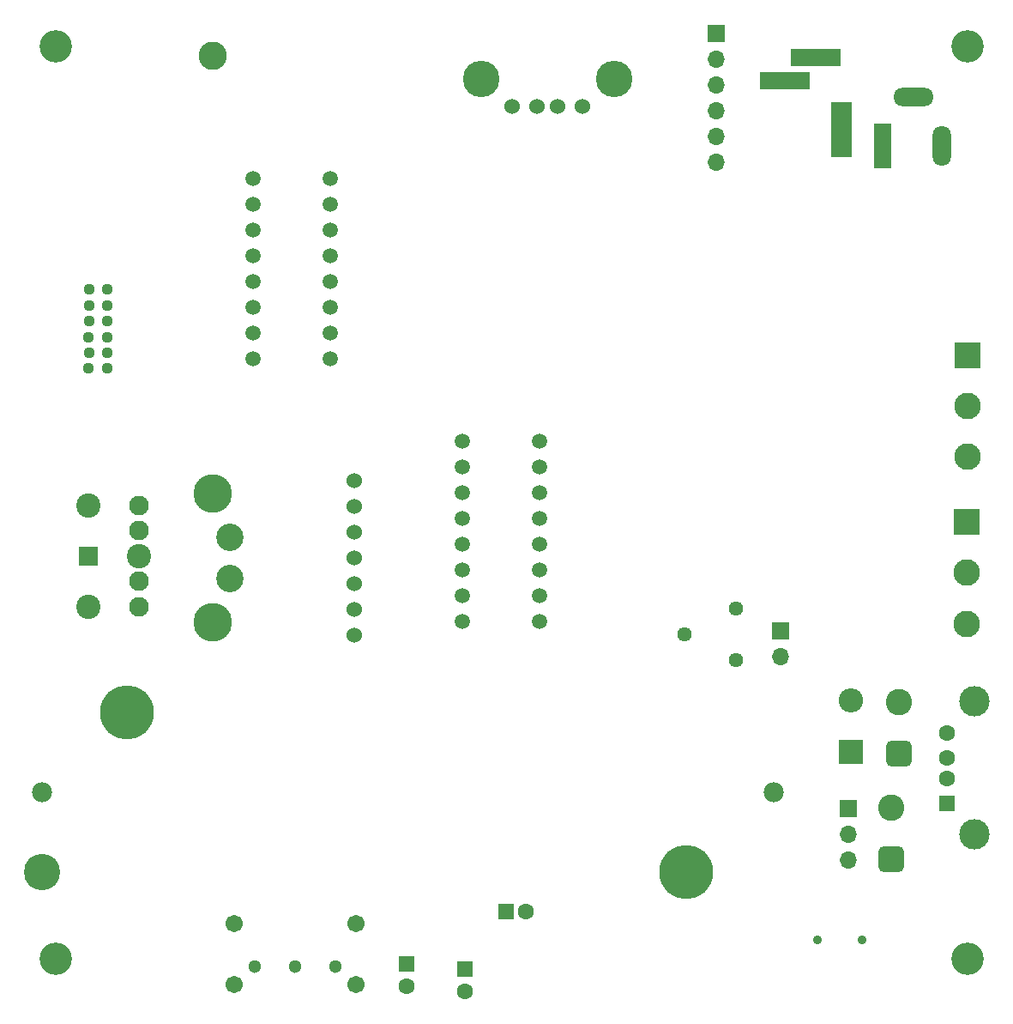
<source format=gbr>
%TF.GenerationSoftware,KiCad,Pcbnew,(6.0.4)*%
%TF.CreationDate,2022-06-30T01:03:11+03:00*%
%TF.ProjectId,test_project_01,74657374-5f70-4726-9f6a-6563745f3031,rev?*%
%TF.SameCoordinates,Original*%
%TF.FileFunction,Soldermask,Bot*%
%TF.FilePolarity,Negative*%
%FSLAX46Y46*%
G04 Gerber Fmt 4.6, Leading zero omitted, Abs format (unit mm)*
G04 Created by KiCad (PCBNEW (6.0.4)) date 2022-06-30 01:03:11*
%MOMM*%
%LPD*%
G01*
G04 APERTURE LIST*
G04 Aperture macros list*
%AMRoundRect*
0 Rectangle with rounded corners*
0 $1 Rounding radius*
0 $2 $3 $4 $5 $6 $7 $8 $9 X,Y pos of 4 corners*
0 Add a 4 corners polygon primitive as box body*
4,1,4,$2,$3,$4,$5,$6,$7,$8,$9,$2,$3,0*
0 Add four circle primitives for the rounded corners*
1,1,$1+$1,$2,$3*
1,1,$1+$1,$4,$5*
1,1,$1+$1,$6,$7*
1,1,$1+$1,$8,$9*
0 Add four rect primitives between the rounded corners*
20,1,$1+$1,$2,$3,$4,$5,0*
20,1,$1+$1,$4,$5,$6,$7,0*
20,1,$1+$1,$6,$7,$8,$9,0*
20,1,$1+$1,$8,$9,$2,$3,0*%
G04 Aperture macros list end*
%ADD10O,1.700000X1.700000*%
%ADD11R,1.700000X1.700000*%
%ADD12R,2.000000X5.500000*%
%ADD13R,5.000000X1.800000*%
%ADD14R,1.600000X1.600000*%
%ADD15C,1.600000*%
%ADD16C,1.440000*%
%ADD17C,1.300000*%
%ADD18C,1.710000*%
%ADD19C,3.810000*%
%ADD20C,2.700000*%
%ADD21C,1.524000*%
%ADD22R,1.500000X1.600000*%
%ADD23C,3.000000*%
%ADD24RoundRect,0.650000X0.650000X-0.650000X0.650000X0.650000X-0.650000X0.650000X-0.650000X-0.650000X0*%
%ADD25C,2.600000*%
%ADD26RoundRect,0.101600X-1.206500X1.206500X-1.206500X-1.206500X1.206500X-1.206500X1.206500X1.206500X0*%
%ADD27C,2.616200*%
%ADD28C,3.200000*%
%ADD29C,2.800000*%
%ADD30C,1.500000*%
%ADD31R,1.800000X4.400000*%
%ADD32O,1.800000X4.000000*%
%ADD33O,4.000000X1.800000*%
%ADD34R,2.400000X2.400000*%
%ADD35O,2.400000X2.400000*%
%ADD36C,0.900000*%
%ADD37C,1.530000*%
%ADD38C,3.600000*%
%ADD39R,1.950000X1.950000*%
%ADD40C,1.950000*%
%ADD41C,2.400000*%
%ADD42C,5.325000*%
%ADD43C,3.585000*%
%ADD44C,1.980000*%
%ADD45RoundRect,0.237500X0.250000X0.237500X-0.250000X0.237500X-0.250000X-0.237500X0.250000X-0.237500X0*%
G04 APERTURE END LIST*
D10*
%TO.C,J8*%
X120167400Y-66421000D03*
X120167400Y-63881000D03*
X120167400Y-61341000D03*
X120167400Y-58801000D03*
X120167400Y-56261000D03*
D11*
X120167400Y-53721000D03*
%TD*%
D12*
%TO.C,J4*%
X132549800Y-63195200D03*
D13*
X126961800Y-58369200D03*
X130009800Y-56083200D03*
%TD*%
D14*
%TO.C,C22*%
X95351600Y-146024600D03*
D15*
X95351600Y-148250000D03*
%TD*%
D16*
%TO.C,RV1*%
X122162000Y-110439200D03*
X117082000Y-112979200D03*
X122162000Y-115519200D03*
%TD*%
D11*
%TO.C,JP2*%
X133197600Y-130240800D03*
D10*
X133197600Y-132780800D03*
X133197600Y-135320800D03*
%TD*%
D15*
%TO.C,C21*%
X89636600Y-147750000D03*
D14*
X89636600Y-145542000D03*
%TD*%
D17*
%TO.C,S3*%
X82613000Y-145790500D03*
X78613000Y-145790500D03*
X74613000Y-145790500D03*
D18*
X84613000Y-141540500D03*
X84613000Y-147540500D03*
X72613000Y-147540500D03*
X72613000Y-141540500D03*
%TD*%
D19*
%TO.C,U4*%
X70510400Y-99161600D03*
X70510400Y-111861600D03*
D20*
X72161400Y-107543600D03*
X72161400Y-103479600D03*
D21*
X84480400Y-97891600D03*
X84480400Y-100431600D03*
X84480400Y-113131600D03*
X84480400Y-110591600D03*
X84480400Y-108051600D03*
X84480400Y-105511600D03*
X84480400Y-102971600D03*
%TD*%
D22*
%TO.C,J9*%
X142925200Y-129712600D03*
D15*
X142925200Y-127212600D03*
X142925200Y-125212600D03*
X142925200Y-122712600D03*
D23*
X145635200Y-132782600D03*
X145635200Y-119642600D03*
%TD*%
D24*
%TO.C,J11*%
X137490200Y-135229600D03*
D25*
X137490200Y-130149600D03*
%TD*%
D24*
%TO.C,J12*%
X138176000Y-124764800D03*
D25*
X138176000Y-119684800D03*
%TD*%
D26*
%TO.C,J7*%
X144940020Y-101959410D03*
D27*
X144940020Y-106958130D03*
X144940020Y-111959390D03*
%TD*%
D28*
%TO.C,H4*%
X55000000Y-145000000D03*
%TD*%
D29*
%TO.C,U1*%
X70512600Y-55956200D03*
%TD*%
D28*
%TO.C,H3*%
X145000000Y-145000000D03*
%TD*%
D26*
%TO.C,J6*%
X145008600Y-85496400D03*
D27*
X145008600Y-90495120D03*
X145008600Y-95496380D03*
%TD*%
D30*
%TO.C,S2*%
X95148400Y-93980000D03*
X102768400Y-93980000D03*
X95148400Y-96520000D03*
X102768400Y-96520000D03*
X95148400Y-99060000D03*
X102768400Y-99060000D03*
X95148400Y-101600000D03*
X102768400Y-101600000D03*
X95148400Y-104140000D03*
X102768400Y-104140000D03*
X95148400Y-106680000D03*
X102768400Y-106680000D03*
X95148400Y-109220000D03*
X102768400Y-109220000D03*
X95148400Y-111760000D03*
X102768400Y-111760000D03*
%TD*%
D31*
%TO.C,J5*%
X136626600Y-64811200D03*
D32*
X142426600Y-64811200D03*
D33*
X139626600Y-60011200D03*
%TD*%
D34*
%TO.C,D4*%
X133451600Y-124617200D03*
D35*
X133451600Y-119537200D03*
%TD*%
D28*
%TO.C,H2*%
X145000000Y-55000000D03*
%TD*%
D36*
%TO.C,J10*%
X134584800Y-143123600D03*
X130184800Y-143123600D03*
%TD*%
D11*
%TO.C,J13*%
X126568200Y-112644000D03*
D10*
X126568200Y-115184000D03*
%TD*%
D28*
%TO.C,H1*%
X55000000Y-55000000D03*
%TD*%
D14*
%TO.C,C19*%
X99415600Y-140385800D03*
D15*
X101415600Y-140385800D03*
%TD*%
D37*
%TO.C,J2*%
X107010200Y-60934600D03*
X104510200Y-60934600D03*
X102510200Y-60934600D03*
X100010200Y-60934600D03*
D38*
X110080200Y-58224600D03*
X96940200Y-58224600D03*
%TD*%
D30*
%TO.C,S1*%
X74422000Y-68072000D03*
X82042000Y-68072000D03*
X74422000Y-70612000D03*
X82042000Y-70612000D03*
X74422000Y-73152000D03*
X82042000Y-73152000D03*
X74422000Y-75692000D03*
X82042000Y-75692000D03*
X74422000Y-78232000D03*
X82042000Y-78232000D03*
X74422000Y-80772000D03*
X82042000Y-80772000D03*
X74422000Y-83312000D03*
X82042000Y-83312000D03*
X74422000Y-85852000D03*
X82042000Y-85852000D03*
%TD*%
D39*
%TO.C,J1*%
X58200200Y-105308400D03*
D40*
X63200200Y-100308400D03*
X63200200Y-102808400D03*
X63200200Y-107808400D03*
X63200200Y-110308400D03*
D41*
X58200200Y-100308400D03*
X58200200Y-110308400D03*
X63200200Y-105308400D03*
%TD*%
D42*
%TO.C,U7*%
X62017000Y-120704800D03*
D43*
X53657000Y-136444800D03*
D42*
X117217000Y-136444800D03*
D44*
X53657000Y-128574800D03*
X125857000Y-128574800D03*
%TD*%
D45*
%TO.C,R11*%
X60071600Y-85242400D03*
X58246600Y-85242400D03*
%TD*%
%TO.C,R10*%
X60069100Y-83693000D03*
X58244100Y-83693000D03*
%TD*%
%TO.C,R5*%
X60071600Y-80568800D03*
X58246600Y-80568800D03*
%TD*%
%TO.C,R14*%
X60071600Y-79019400D03*
X58246600Y-79019400D03*
%TD*%
%TO.C,R15*%
X60069100Y-86766400D03*
X58244100Y-86766400D03*
%TD*%
%TO.C,R7*%
X60071600Y-82092800D03*
X58246600Y-82092800D03*
%TD*%
M02*

</source>
